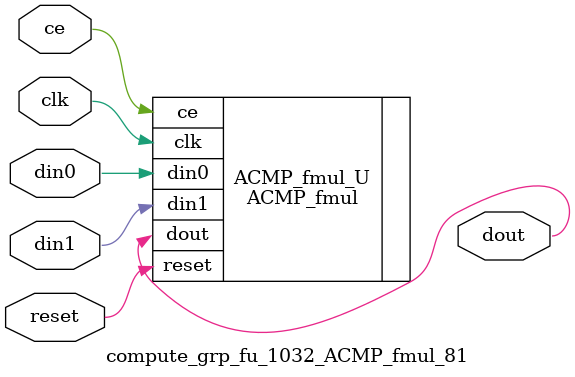
<source format=v>

`timescale 1 ns / 1 ps
module compute_grp_fu_1032_ACMP_fmul_81(
    clk,
    reset,
    ce,
    din0,
    din1,
    dout);

parameter ID = 32'd1;
parameter NUM_STAGE = 32'd1;
parameter din0_WIDTH = 32'd1;
parameter din1_WIDTH = 32'd1;
parameter dout_WIDTH = 32'd1;
input clk;
input reset;
input ce;
input[din0_WIDTH - 1:0] din0;
input[din1_WIDTH - 1:0] din1;
output[dout_WIDTH - 1:0] dout;



ACMP_fmul #(
.ID( ID ),
.NUM_STAGE( 4 ),
.din0_WIDTH( din0_WIDTH ),
.din1_WIDTH( din1_WIDTH ),
.dout_WIDTH( dout_WIDTH ))
ACMP_fmul_U(
    .clk( clk ),
    .reset( reset ),
    .ce( ce ),
    .din0( din0 ),
    .din1( din1 ),
    .dout( dout ));

endmodule

</source>
